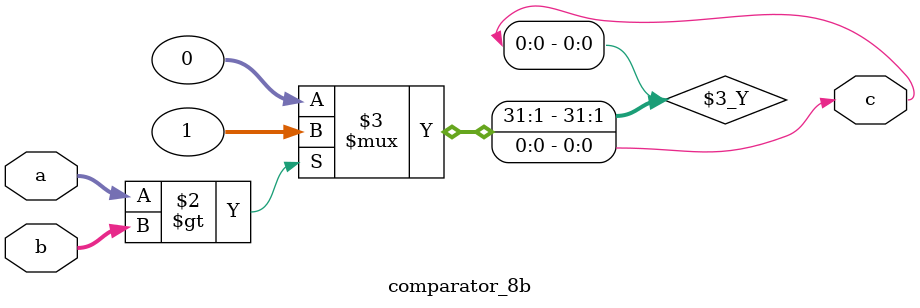
<source format=v>
`timescale 1ns / 1ps

module comparator_8b(a, b, c);
    input [7:0] a;
    input [7:0] b;
    output reg c;
    always @(a or b) begin
        c = a > b ? 1 : 0;
    end
endmodule

</source>
